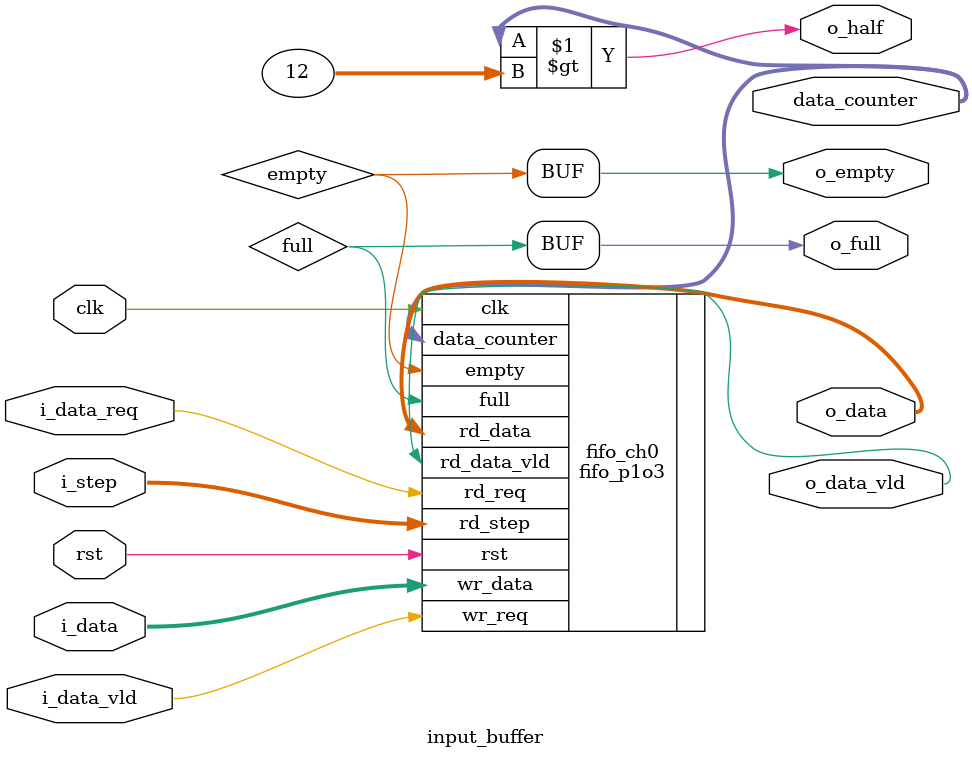
<source format=v>
`timescale 1ns / 1ps


module input_buffer(
    clk,
    rst,
    i_data,
    i_data_vld,
    i_data_req,
    i_step,
    o_data,
    o_data_vld,
    data_counter,
    o_empty,
    o_full,
    o_half
    );

////////////////////////////////////////////////////////////////////////////////
// Parameter declarations
parameter BIT_WIDTH     = 8;
parameter NUM_CHANNEL   = 3;
parameter NUM_RDATA     = 3;
parameter FF_DEPTH      = 16;
parameter FF_ADDR_WIDTH = 4;

parameter DAT_WIDTH     = BIT_WIDTH * NUM_CHANNEL;
////////////////////////////////////////////////////////////////////////////////
// Port declarations
input  wire                                 clk;
input  wire                                 rst;
input  wire [DAT_WIDTH - 1 : 0]             i_data;
input  wire                                 i_data_vld;
input  wire                                 i_data_req;
input  wire [FF_ADDR_WIDTH - 1 : 0]         i_step;
output wire [DAT_WIDTH * NUM_RDATA - 1 : 0] o_data;
output wire                                 o_data_vld;
output wire [FF_ADDR_WIDTH : 0]             data_counter;
output wire                                 o_empty;
output wire                                 o_full;
output wire                                 o_half;

////////////////////////////////////////////////////////////////////////////////
// Local logic and instantiation
wire full;
wire empty;

// Channel 0
fifo_p1o3
    #(
    .NUM_RDATA     (NUM_RDATA),
    .DAT_WIDTH     (DAT_WIDTH),
    .FF_DEPTH      (FF_DEPTH),
    .FF_ADDR_WIDTH (FF_ADDR_WIDTH)
    )
fifo_ch0
    (
    .clk          (clk),
    .rst          (rst),
    .wr_req       (i_data_vld),
    .wr_data      (i_data),
    .rd_req       (i_data_req),
    .rd_step      (i_step),
    .rd_data      (o_data),
    .rd_data_vld  (o_data_vld),
    .data_counter (data_counter),
    .full         (full),
    .empty        (empty)
    );

assign o_half = (data_counter > FF_DEPTH * 3 / 4);
assign o_full = |full;
assign o_empty = &empty;

endmodule

</source>
